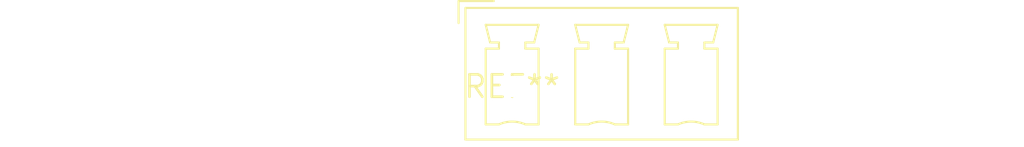
<source format=kicad_pcb>
(kicad_pcb (version 20240108) (generator pcbnew)
  (layers (0 "F.Cu" signal) (31 "B.Cu" signal) (34 "B.Paste" user) (35 "F.Paste" user) (36 "B.SilkS" user "B.Silkscreen") (37 "F.SilkS" user "F.Silkscreen") (38 "B.Mask" user) (39 "F.Mask" user) (44 "Edge.Cuts" user))
  (net 0 "")
  (footprint "PhoenixContact_MCV_1,5_3-G-5.08_1x03_P5.08mm_Vertical" (layer "F.Cu") (at 0 0)
    (property "Reference" "REF**")
    (property "Value" "PhoenixContact_MCV_1,5_3-G-5.08_1x03_P5.08mm_Vertical")
    (fp_line (start -3.04 -4.85) (end -1.04 -4.85) (layer "F.SilkS") (stroke (width 0.12)))
    (fp_line (start -3.04 -3.6) (end -3.04 -4.85) (layer "F.SilkS") (stroke (width 0.12)))
    (fp_line (start -2.65 -4.46) (end -2.65 3.01) (layer "F.SilkS") (stroke (width 0.12)))
    (fp_line (start -2.65 3.01) (end 12.81 3.01) (layer "F.SilkS") (stroke (width 0.12)))
    (fp_line (start -1.5 -3.5) (end 1.5 -3.5) (layer "F.SilkS") (stroke (width 0.12)))
    (fp_line (start -1.5 -2.15) (end -0.75 -2.15) (layer "F.SilkS") (stroke (width 0.12)))
    (fp_line (start -1.5 2.15) (end -1.5 -2.15) (layer "F.SilkS") (stroke (width 0.12)))
    (fp_line (start -1.25 -2.5) (end -1.5 -3.5) (layer "F.SilkS") (stroke (width 0.12)))
    (fp_line (start -0.75 -2.5) (end -1.25 -2.5) (layer "F.SilkS") (stroke (width 0.12)))
    (fp_line (start -0.75 -2.15) (end -0.75 -2.5) (layer "F.SilkS") (stroke (width 0.12)))
    (fp_line (start -0.75 2.15) (end -1.5 2.15) (layer "F.SilkS") (stroke (width 0.12)))
    (fp_line (start 0.75 -2.5) (end 0.75 -2.15) (layer "F.SilkS") (stroke (width 0.12)))
    (fp_line (start 0.75 -2.15) (end 1.5 -2.15) (layer "F.SilkS") (stroke (width 0.12)))
    (fp_line (start 1.25 -2.5) (end 0.75 -2.5) (layer "F.SilkS") (stroke (width 0.12)))
    (fp_line (start 1.5 -3.5) (end 1.25 -2.5) (layer "F.SilkS") (stroke (width 0.12)))
    (fp_line (start 1.5 -2.15) (end 1.5 2.15) (layer "F.SilkS") (stroke (width 0.12)))
    (fp_line (start 1.5 2.15) (end 0.75 2.15) (layer "F.SilkS") (stroke (width 0.12)))
    (fp_line (start 3.58 -3.5) (end 6.58 -3.5) (layer "F.SilkS") (stroke (width 0.12)))
    (fp_line (start 3.58 -2.15) (end 4.33 -2.15) (layer "F.SilkS") (stroke (width 0.12)))
    (fp_line (start 3.58 2.15) (end 3.58 -2.15) (layer "F.SilkS") (stroke (width 0.12)))
    (fp_line (start 3.83 -2.5) (end 3.58 -3.5) (layer "F.SilkS") (stroke (width 0.12)))
    (fp_line (start 4.33 -2.5) (end 3.83 -2.5) (layer "F.SilkS") (stroke (width 0.12)))
    (fp_line (start 4.33 -2.15) (end 4.33 -2.5) (layer "F.SilkS") (stroke (width 0.12)))
    (fp_line (start 4.33 2.15) (end 3.58 2.15) (layer "F.SilkS") (stroke (width 0.12)))
    (fp_line (start 5.83 -2.5) (end 5.83 -2.15) (layer "F.SilkS") (stroke (width 0.12)))
    (fp_line (start 5.83 -2.15) (end 6.58 -2.15) (layer "F.SilkS") (stroke (width 0.12)))
    (fp_line (start 6.33 -2.5) (end 5.83 -2.5) (layer "F.SilkS") (stroke (width 0.12)))
    (fp_line (start 6.58 -3.5) (end 6.33 -2.5) (layer "F.SilkS") (stroke (width 0.12)))
    (fp_line (start 6.58 -2.15) (end 6.58 2.15) (layer "F.SilkS") (stroke (width 0.12)))
    (fp_line (start 6.58 2.15) (end 5.83 2.15) (layer "F.SilkS") (stroke (width 0.12)))
    (fp_line (start 8.66 -3.5) (end 11.66 -3.5) (layer "F.SilkS") (stroke (width 0.12)))
    (fp_line (start 8.66 -2.15) (end 9.41 -2.15) (layer "F.SilkS") (stroke (width 0.12)))
    (fp_line (start 8.66 2.15) (end 8.66 -2.15) (layer "F.SilkS") (stroke (width 0.12)))
    (fp_line (start 8.91 -2.5) (end 8.66 -3.5) (layer "F.SilkS") (stroke (width 0.12)))
    (fp_line (start 9.41 -2.5) (end 8.91 -2.5) (layer "F.SilkS") (stroke (width 0.12)))
    (fp_line (start 9.41 -2.15) (end 9.41 -2.5) (layer "F.SilkS") (stroke (width 0.12)))
    (fp_line (start 9.41 2.15) (end 8.66 2.15) (layer "F.SilkS") (stroke (width 0.12)))
    (fp_line (start 10.91 -2.5) (end 10.91 -2.15) (layer "F.SilkS") (stroke (width 0.12)))
    (fp_line (start 10.91 -2.15) (end 11.66 -2.15) (layer "F.SilkS") (stroke (width 0.12)))
    (fp_line (start 11.41 -2.5) (end 10.91 -2.5) (layer "F.SilkS") (stroke (width 0.12)))
    (fp_line (start 11.66 -3.5) (end 11.41 -2.5) (layer "F.SilkS") (stroke (width 0.12)))
    (fp_line (start 11.66 -2.15) (end 11.66 2.15) (layer "F.SilkS") (stroke (width 0.12)))
    (fp_line (start 11.66 2.15) (end 10.91 2.15) (layer "F.SilkS") (stroke (width 0.12)))
    (fp_line (start 12.81 -4.46) (end -2.65 -4.46) (layer "F.SilkS") (stroke (width 0.12)))
    (fp_line (start 12.81 3.01) (end 12.81 -4.46) (layer "F.SilkS") (stroke (width 0.12)))
    (fp_arc (start -0.75 2.15) (mid -0.000193 1.99191) (end 0.749647 2.149844) (layer "F.SilkS") (stroke (width 0.12)))
    (fp_arc (start 4.33 2.15) (mid 5.079807 1.99191) (end 5.829647 2.149844) (layer "F.SilkS") (stroke (width 0.12)))
    (fp_arc (start 9.41 2.15) (mid 10.159807 1.99191) (end 10.909647 2.149844) (layer "F.SilkS") (stroke (width 0.12)))
    (pad "1" thru_hole roundrect (at 0 0) (size 1.8 3.6) (drill 1.2) (layers *.Cu *.Mask) (remove_unused_layers) (roundrect_rratio 0.138889))
    (pad "2" thru_hole oval (at 5.08 0) (size 1.8 3.6) (drill 1.2) (layers *.Cu *.Mask) (remove_unused_layers))
    (pad "3" thru_hole oval (at 10.16 0) (size 1.8 3.6) (drill 1.2) (layers *.Cu *.Mask) (remove_unused_layers))
  )
)
</source>
